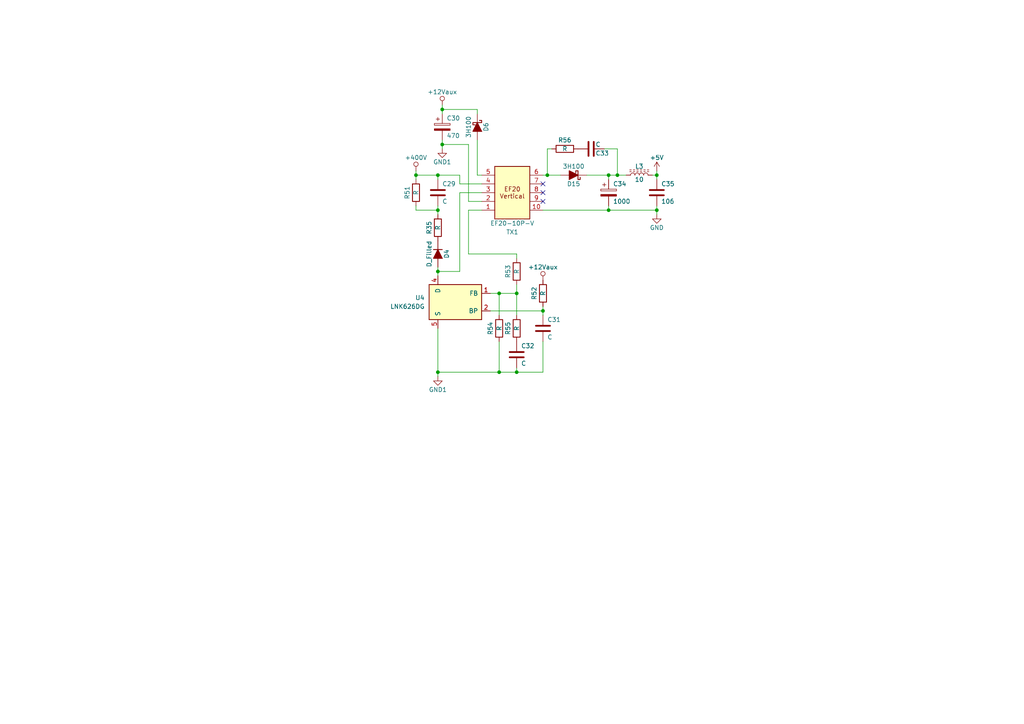
<source format=kicad_sch>
(kicad_sch (version 20231120) (generator "eeschema") (generator_version "8.0")
  (paper "A4")
  (lib_symbols
    (symbol "Device:C" (pin_numbers hide) (pin_names (offset 0.254))
      (property "Reference" "C" (at 0.635 2.54 0))
      (property "Value" "C" (at 0.635 -2.54 0))
      (symbol "C_0_1"
        (polyline (pts (xy -2.032 -0.762) (xy 2.032 -0.762)) (stroke (width 0.508)))
        (polyline (pts (xy -2.032 0.762) (xy 2.032 0.762)) (stroke (width 0.508)))
      )
      (symbol "C_1_1"
        (pin passive line (at 0 3.81 270) (length 2.794) (name "~") (number "1"))
        (pin passive line (at 0 -3.81 90) (length 2.794) (name "~") (number "2"))
      )
    )
    (symbol "Device:C_Polarized" (pin_numbers hide) (pin_names (offset 0.254))
      (property "Reference" "C" (at 0.635 2.54 0))
      (property "Value" "C_Polarized" (at 0.635 -2.54 0))
      (symbol "C_Polarized_0_1"
        (rectangle (start -2.286 0.508) (end 2.286 1.016))
        (polyline (pts (xy -1.778 2.286) (xy -0.762 2.286)))
        (polyline (pts (xy -1.27 2.794) (xy -1.27 1.778)))
        (rectangle (start 2.286 -0.508) (end -2.286 -1.016) (fill (type outline)))
      )
      (symbol "C_Polarized_1_1"
        (pin passive line (at 0 3.81 270) (length 2.794) (name "~") (number "1"))
        (pin passive line (at 0 -3.81 90) (length 2.794) (name "~") (number "2"))
      )
    )
    (symbol "Device:D_Filled" (pin_numbers hide) (pin_names (offset 1.016) hide)
      (property "Reference" "D" (at 0 2.54 0))
      (property "Value" "D_Filled" (at 0 -2.54 0))
      (symbol "D_Filled_0_1"
        (polyline (pts (xy -1.27 1.27) (xy -1.27 -1.27)) (stroke (width 0.254)))
        (polyline (pts (xy 1.27 0) (xy -1.27 0)))
        (polyline (pts (xy 1.27 1.27) (xy 1.27 -1.27) (xy -1.27 0) (xy 1.27 1.27)) (stroke (width 0.254)) (fill (type outline)))
      )
      (symbol "D_Filled_1_1"
        (pin passive line (at -3.81 0 0) (length 2.54) (name "K") (number "1"))
        (pin passive line (at 3.81 0 180) (length 2.54) (name "A") (number "2"))
      )
    )
    (symbol "Device:D_Schottky_Filled" (pin_numbers hide) (pin_names (offset 1.016) hide)
      (property "Reference" "D" (at 0 2.54 0))
      (property "Value" "D_Schottky_Filled" (at 0 -2.54 0))
      (symbol "D_Schottky_Filled_0_1"
        (polyline (pts (xy 1.27 0) (xy -1.27 0)))
        (polyline (pts (xy 1.27 1.27) (xy 1.27 -1.27) (xy -1.27 0) (xy 1.27 1.27)) (stroke (width 0.254)) (fill (type outline)))
        (polyline (pts (xy -1.905 0.635) (xy -1.905 1.27) (xy -1.27 1.27) (xy -1.27 -1.27) (xy -0.635 -1.27) (xy -0.635 -0.635)) (stroke (width 0.254)))
      )
      (symbol "D_Schottky_Filled_1_1"
        (pin passive line (at -3.81 0 0) (length 2.54) (name "K") (number "1"))
        (pin passive line (at 3.81 0 180) (length 2.54) (name "A") (number "2"))
      )
    )
    (symbol "Device:L_Ferrite" (pin_numbers hide) (pin_names (offset 1.016) hide)
      (property "Reference" "L" (at -1.27 0 90))
      (property "Value" "L_Ferrite" (at 2.794 0 90))
      (symbol "L_Ferrite_0_1"
        (arc (start 0 -2.54) (mid 0.6323 -1.905) (end 0 -1.27))
        (arc (start 0 -1.27) (mid 0.6323 -0.635) (end 0 0))
        (polyline (pts (xy 1.016 -2.794) (xy 1.016 -2.286)))
        (polyline (pts (xy 1.016 -1.778) (xy 1.016 -1.27)))
        (polyline (pts (xy 1.016 -0.762) (xy 1.016 -0.254)))
        (polyline (pts (xy 1.016 0.254) (xy 1.016 0.762)))
        (polyline (pts (xy 1.016 1.27) (xy 1.016 1.778)))
        (polyline (pts (xy 1.016 2.286) (xy 1.016 2.794)))
        (polyline (pts (xy 1.524 -2.286) (xy 1.524 -2.794)))
        (polyline (pts (xy 1.524 -1.27) (xy 1.524 -1.778)))
        (polyline (pts (xy 1.524 -0.254) (xy 1.524 -0.762)))
        (polyline (pts (xy 1.524 0.762) (xy 1.524 0.254)))
        (polyline (pts (xy 1.524 1.778) (xy 1.524 1.27)))
        (polyline (pts (xy 1.524 2.794) (xy 1.524 2.286)))
        (arc (start 0 0) (mid 0.6323 0.635) (end 0 1.27))
        (arc (start 0 1.27) (mid 0.6323 1.905) (end 0 2.54))
      )
      (symbol "L_Ferrite_1_1"
        (pin passive line (at 0 3.81 270) (length 1.27) (name "1") (number "1"))
        (pin passive line (at 0 -3.81 90) (length 1.27) (name "2") (number "2"))
      )
    )
    (symbol "Device:R" (pin_numbers hide) (pin_names (offset 0))
      (property "Reference" "R" (at 2.032 0 90))
      (property "Value" "R" (at 0 0 90))
      (symbol "R_0_1"
        (rectangle (start -1.016 -2.54) (end 1.016 2.54) (stroke (width 0.254)))
      )
      (symbol "R_1_1"
        (pin passive line (at 0 3.81 270) (length 1.27) (name "~") (number "1"))
        (pin passive line (at 0 -3.81 90) (length 1.27) (name "~") (number "2"))
      )
    )
    (symbol "HR Parts:+12Vaux" (power) (pin_numbers hide) (pin_names (offset 0))
      (property "Value" "+12Vaux" (at 0 3.81 0))
      (symbol "+12Vaux_0_0"
        (pin power_in line (at 0 0 90) (length 0) hide (name "+12Vaux") (number "1"))
      )
      (symbol "+12Vaux_0_1"
        (polyline (pts (xy 0 0) (xy 0 1.27)))
        (circle (center 0 1.905) (radius 0.635))
      )
    )
    (symbol "HR Parts:+400V" (power) (pin_numbers hide) (pin_names (offset 0))
      (property "Value" "+400V" (at 0 4.445 0))
      (symbol "+400V_0_0"
        (pin power_in line (at 0 0 90) (length 0) hide (name "+400V") (number "1"))
      )
      (symbol "+400V_0_1"
        (polyline (pts (xy 0 0) (xy 0 1.27)))
        (circle (center 0 1.905) (radius 0.635))
      )
    )
    (symbol "HR Parts:TRANSFORMER-EF20-10P-V" (pin_names (offset 1.016))
      (property "Reference" "TX" (at 0 -8.89 0))
      (property "Value" "TRANSFORMER-EF20-10P-V" (at 0 8.89 0))
      (symbol "TRANSFORMER-EF20-10P-V_0_1"
        (rectangle (start -5.08 7.62) (end 5.08 -7.62) (stroke (width 0.254)) (fill (type background)))
      )
      (symbol "TRANSFORMER-EF20-10P-V_1_0"
        (text "EF20\nVertical" (at 0 0 0) (effects (font (size 1.27 1.27))))
      )
      (symbol "TRANSFORMER-EF20-10P-V_1_1"
        (pin passive line (at -8.89 5.08 0) (length 3.81) (name "~") (number "1"))
        (pin passive line (at 8.89 5.08 180) (length 3.81) (name "~") (number "10"))
        (pin passive line (at -8.89 2.54 0) (length 3.81) (name "~") (number "2"))
        (pin passive line (at -8.89 0 0) (length 3.81) (name "~") (number "3"))
        (pin passive line (at -8.89 -2.54 0) (length 3.81) (name "~") (number "4"))
        (pin passive line (at -8.89 -5.08 0) (length 3.81) (name "~") (number "5"))
        (pin passive line (at 8.89 -5.08 180) (length 3.81) (name "~") (number "6"))
        (pin passive line (at 8.89 -2.54 180) (length 3.81) (name "~") (number "7"))
        (pin passive line (at 8.89 0 180) (length 3.81) (name "~") (number "8"))
        (pin passive line (at 8.89 2.54 180) (length 3.81) (name "~") (number "9"))
      )
    )
    (symbol "Regulator_Switching:LNK626DG" (pin_names (offset 1.016))
      (property "Reference" "U" (at 0 8.89 0))
      (property "Value" "LNK626DG" (at 0 6.35 0))
      (symbol "LNK626DG_0_1"
        (rectangle (start -7.62 5.08) (end 7.62 -5.08) (stroke (width 0.254)) (fill (type background)))
      )
      (symbol "LNK626DG_1_1"
        (pin input line (at 10.16 2.54 180) (length 2.54) (name "FB") (number "1"))
        (pin input line (at 10.16 -2.54 180) (length 2.54) (name "BP") (number "2"))
        (pin open_collector line (at -5.08 7.62 270) (length 2.54) (name "D") (number "4"))
        (pin power_in line (at -5.08 -7.62 90) (length 2.54) (name "S") (number "5"))
        (pin passive line (at -5.08 -7.62 90) (length 2.54) hide (name "S") (number "6"))
        (pin passive line (at -5.08 -7.62 90) (length 2.54) hide (name "S") (number "7"))
        (pin passive line (at -5.08 -7.62 90) (length 2.54) hide (name "S") (number "8"))
      )
    )
    (symbol "power:+5V" (power) (pin_numbers hide) (pin_names (offset 0) hide)
      (property "Value" "+5V" (at 0 3.556 0))
      (symbol "+5V_0_1"
        (polyline (pts (xy -0.762 1.27) (xy 0 2.54)))
        (polyline (pts (xy 0 0) (xy 0 2.54)))
        (polyline (pts (xy 0 2.54) (xy 0.762 1.27)))
      )
      (symbol "+5V_1_1"
        (pin power_in line (at 0 0 90) (length 0) (name "~") (number "1"))
      )
    )
    (symbol "power:GND" (power) (pin_numbers hide) (pin_names (offset 0) hide)
      (property "Value" "GND" (at 0 -3.81 0))
      (symbol "GND_0_1"
        (polyline (pts (xy 0 0) (xy 0 -1.27) (xy 1.27 -1.27) (xy 0 -2.54) (xy -1.27 -1.27) (xy 0 -1.27)))
      )
      (symbol "GND_1_1"
        (pin power_in line (at 0 0 270) (length 0) (name "~") (number "1"))
      )
    )
    (symbol "power:GND1" (power) (pin_numbers hide) (pin_names (offset 0) hide)
      (property "Value" "GND1" (at 0 -3.81 0))
      (symbol "GND1_0_1"
        (polyline (pts (xy 0 0) (xy 0 -1.27) (xy 1.27 -1.27) (xy 0 -2.54) (xy -1.27 -1.27) (xy 0 -1.27)))
      )
      (symbol "GND1_1_1"
        (pin power_in line (at 0 0 270) (length 0) (name "~") (number "1"))
      )
    )
  )
  (junction (at 149.86 85.09))
  (junction (at 144.78 107.95))
  (junction (at 157.48 90.17))
  (junction (at 179.07 50.8))
  (junction (at 144.78 85.09))
  (junction (at 128.27 31.75))
  (junction (at 149.86 107.95))
  (junction (at 127 60.96))
  (junction (at 176.53 60.96))
  (junction (at 120.65 50.8))
  (junction (at 176.53 50.8))
  (junction (at 127 50.8))
  (junction (at 190.5 60.96))
  (junction (at 128.27 41.91))
  (junction (at 158.75 50.8))
  (junction (at 190.5 50.8))
  (junction (at 127 107.95))
  (junction (at 127 78.74))
  (no_connect (at 157.48 58.42))
  (no_connect (at 157.48 53.34))
  (no_connect (at 157.48 55.88))
  (wire (pts (xy 189.23 50.8) (xy 190.5 50.8)))
  (wire (pts (xy 127 78.74) (xy 127 80.01)))
  (wire (pts (xy 179.07 43.18) (xy 175.26 43.18)))
  (wire (pts (xy 128.27 33.02) (xy 128.27 31.75)))
  (wire (pts (xy 190.5 49.53) (xy 190.5 50.8)))
  (wire (pts (xy 127 60.96) (xy 127 59.69)))
  (wire (pts (xy 144.78 107.95) (xy 149.86 107.95)))
  (wire (pts (xy 158.75 43.18) (xy 160.02 43.18)))
  (wire (pts (xy 135.89 60.96) (xy 135.89 73.66)))
  (wire (pts (xy 139.7 55.88) (xy 133.35 55.88)))
  (wire (pts (xy 139.7 53.34) (xy 133.35 53.34)))
  (wire (pts (xy 127 107.95) (xy 144.78 107.95)))
  (wire (pts (xy 144.78 99.06) (xy 144.78 107.95)))
  (wire (pts (xy 120.65 50.8) (xy 120.65 52.07)))
  (wire (pts (xy 144.78 85.09) (xy 149.86 85.09)))
  (wire (pts (xy 127 95.25) (xy 127 107.95)))
  (wire (pts (xy 158.75 50.8) (xy 158.75 43.18)))
  (wire (pts (xy 128.27 40.64) (xy 128.27 41.91)))
  (wire (pts (xy 138.43 40.64) (xy 138.43 50.8)))
  (wire (pts (xy 135.89 60.96) (xy 139.7 60.96)))
  (wire (pts (xy 138.43 50.8) (xy 139.7 50.8)))
  (wire (pts (xy 157.48 50.8) (xy 158.75 50.8)))
  (wire (pts (xy 133.35 50.8) (xy 127 50.8)))
  (wire (pts (xy 127 60.96) (xy 127 62.23)))
  (wire (pts (xy 127 50.8) (xy 120.65 50.8)))
  (wire (pts (xy 157.48 60.96) (xy 176.53 60.96)))
  (wire (pts (xy 176.53 50.8) (xy 176.53 52.07)))
  (wire (pts (xy 157.48 90.17) (xy 157.48 91.44)))
  (wire (pts (xy 120.65 49.53) (xy 120.65 50.8)))
  (wire (pts (xy 128.27 30.48) (xy 128.27 31.75)))
  (wire (pts (xy 144.78 85.09) (xy 144.78 91.44)))
  (wire (pts (xy 133.35 78.74) (xy 127 78.74)))
  (wire (pts (xy 176.53 60.96) (xy 190.5 60.96)))
  (wire (pts (xy 127 78.74) (xy 127 77.47)))
  (wire (pts (xy 142.24 90.17) (xy 157.48 90.17)))
  (wire (pts (xy 162.56 50.8) (xy 158.75 50.8)))
  (wire (pts (xy 157.48 107.95) (xy 157.48 99.06)))
  (wire (pts (xy 157.48 90.17) (xy 157.48 88.9)))
  (wire (pts (xy 127 50.8) (xy 127 52.07)))
  (wire (pts (xy 149.86 107.95) (xy 157.48 107.95)))
  (wire (pts (xy 170.18 50.8) (xy 176.53 50.8)))
  (wire (pts (xy 133.35 55.88) (xy 133.35 78.74)))
  (wire (pts (xy 133.35 53.34) (xy 133.35 50.8)))
  (wire (pts (xy 149.86 85.09) (xy 149.86 91.44)))
  (wire (pts (xy 138.43 31.75) (xy 138.43 33.02)))
  (wire (pts (xy 135.89 73.66) (xy 149.86 73.66)))
  (wire (pts (xy 128.27 31.75) (xy 138.43 31.75)))
  (wire (pts (xy 149.86 107.95) (xy 149.86 106.68)))
  (wire (pts (xy 139.7 58.42) (xy 135.89 58.42)))
  (wire (pts (xy 190.5 50.8) (xy 190.5 52.07)))
  (wire (pts (xy 120.65 60.96) (xy 127 60.96)))
  (wire (pts (xy 149.86 82.55) (xy 149.86 85.09)))
  (wire (pts (xy 128.27 41.91) (xy 128.27 43.18)))
  (wire (pts (xy 179.07 50.8) (xy 179.07 43.18)))
  (wire (pts (xy 176.53 60.96) (xy 176.53 59.69)))
  (wire (pts (xy 179.07 50.8) (xy 181.61 50.8)))
  (wire (pts (xy 190.5 60.96) (xy 190.5 62.23)))
  (wire (pts (xy 120.65 59.69) (xy 120.65 60.96)))
  (wire (pts (xy 135.89 41.91) (xy 135.89 58.42)))
  (wire (pts (xy 190.5 59.69) (xy 190.5 60.96)))
  (wire (pts (xy 128.27 41.91) (xy 135.89 41.91)))
  (wire (pts (xy 142.24 85.09) (xy 144.78 85.09)))
  (wire (pts (xy 149.86 73.66) (xy 149.86 74.93)))
  (wire (pts (xy 176.53 50.8) (xy 179.07 50.8)))
  (wire (pts (xy 127 107.95) (xy 127 109.22)))
  (symbol (lib_id "Device:D_Filled") (at 127 73.66 270) (unit 1)
    (property "Reference" "D4" (at 129.54 73.66 0))
    (property "Value" "D_Filled" (at 124.46 73.66 0))
    (property "Footprint" "Diode_SMD:D_SOD-123" (effects (hide yes)))
    (property "Description" "Diode, filled shape" (effects (hide yes)))
    (property "Sim.Device" "D" (effects (hide yes)))
    (property "Sim.Pins" "1=K 2=A" (effects (hide yes)))
  )
  (symbol (lib_id "Device:R") (at 163.83 43.18 90) (unit 1)
    (property "Reference" "R56" (at 163.83 40.64 90))
    (property "Value" "R" (at 163.83 43.18 90))
    (property "Footprint" "Resistor_SMD:R_0805_2012Metric" (effects (hide yes)))
    (property "Description" "Resistor" (effects (hide yes)))
  )
  (symbol (lib_id "Device:R") (at 120.65 55.88 180) (unit 1)
    (property "Reference" "R51" (at 118.11 55.88 90))
    (property "Value" "R" (at 120.65 55.88 90))
    (property "Footprint" "Resistor_SMD:R_1206_3216Metric" (effects (hide yes)))
    (property "Description" "Resistor" (effects (hide yes)))
  )
  (symbol (lib_id "Device:C") (at 190.5 55.88 0) (unit 1)
    (property "Reference" "C35" (at 191.77 53.34 0) (effects (justify left)))
    (property "Value" "106" (at 191.77 58.42 0) (effects (justify left)))
    (property "Footprint" "Capacitor_SMD:C_1210_3225Metric" (effects (hide yes)))
    (property "Description" "Unpolarized capacitor" (effects (hide yes)))
  )
  (symbol (lib_id "HR Parts:TRANSFORMER-EF20-10P-V") (at 148.59 55.88 0) (mirror x) (unit 1)
    (property "Reference" "TX1" (at 148.59 67.31 0))
    (property "Value" "EF20-10P-V" (at 148.59 64.77 0))
    (property "Footprint" "HR_Parts:TRANSFORMER-EF20-10P-V" (effects (hide yes)))
  )
  (symbol (lib_id "Device:R") (at 149.86 95.25 180) (unit 1)
    (property "Reference" "R55" (at 147.32 95.25 90))
    (property "Value" "R" (at 149.86 95.25 90))
    (property "Footprint" "Resistor_SMD:R_0805_2012Metric" (effects (hide yes)))
    (property "Description" "Resistor" (effects (hide yes)))
  )
  (symbol (lib_id "Device:R") (at 144.78 95.25 180) (unit 1)
    (property "Reference" "R54" (at 142.24 95.25 90))
    (property "Value" "R" (at 144.78 95.25 90))
    (property "Footprint" "Resistor_SMD:R_0805_2012Metric" (effects (hide yes)))
    (property "Description" "Resistor" (effects (hide yes)))
  )
  (symbol (lib_id "Device:R") (at 149.86 78.74 180) (unit 1)
    (property "Reference" "R53" (at 147.32 78.74 90))
    (property "Value" "R" (at 149.86 78.74 90))
    (property "Footprint" "Resistor_SMD:R_0805_2012Metric" (effects (hide yes)))
    (property "Description" "Resistor" (effects (hide yes)))
  )
  (symbol (lib_id "HR Parts:+12Vaux") (at 157.48 81.28 0) (unit 1)
    (property "Reference" "#PWR021" (effects (hide yes)))
    (property "Value" "+12Vaux" (at 157.48 77.47 0))
  )
  (symbol (lib_id "Regulator_Switching:LNK626DG") (at 132.08 87.63 0) (unit 1)
    (property "Reference" "U4" (at 123.19 86.3599 0) (effects (justify right)))
    (property "Value" "LNK626DG" (at 123.19 88.8999 0) (effects (justify right)))
    (property "Footprint" "Package_SO:PowerIntegrations_SO-8C" (effects (hide yes)))
    (property "Datasheet" "http://www.powerint.com/sites/default/files/product-docs/linkcv_family_datasheet.pdf" (effects (hide yes)))
    (property "Description" "LinkSwitch-CV Family, 10W Output Power, SO-8C" (effects (hide yes)))
  )
  (symbol (lib_id "power:GND") (at 190.5 62.23 0) (unit 1)
    (property "Reference" "#PWR026" (effects (hide yes)))
    (property "Value" "GND" (at 190.5 66.04 0))
    (property "Description" "Power symbol creates a global label with name \"GND\" , ground" (effects (hide yes)))
  )
  (symbol (lib_id "Device:C") (at 127 55.88 0) (unit 1)
    (property "Reference" "C29" (at 128.27 53.34 0) (effects (justify left)))
    (property "Value" "C" (at 128.27 58.42 0) (effects (justify left)))
    (property "Footprint" "Capacitor_SMD:C_1206_3216Metric" (effects (hide yes)))
    (property "Description" "Unpolarized capacitor" (effects (hide yes)))
  )
  (symbol (lib_id "HR Parts:+400V") (at 120.65 49.53 0) (unit 1)
    (property "Reference" "#PWR020" (effects (hide yes)))
    (property "Value" "+400V" (at 120.65 45.72 0))
  )
  (symbol (lib_id "Device:R") (at 127 66.04 180) (unit 1)
    (property "Reference" "R35" (at 124.46 66.04 90))
    (property "Value" "R" (at 127 66.04 90))
    (property "Footprint" "Resistor_SMD:R_0805_2012Metric" (effects (hide yes)))
    (property "Description" "Resistor" (effects (hide yes)))
  )
  (symbol (lib_id "Device:D_Schottky_Filled") (at 166.37 50.8 180) (unit 1)
    (property "Reference" "D15" (at 166.37 53.34 0))
    (property "Value" "3H100" (at 166.37 48.26 0))
    (property "Footprint" "Diode_SMD:D_SMB" (effects (hide yes)))
    (property "Description" "Schottky diode, filled shape" (effects (hide yes)))
  )
  (symbol (lib_id "HR Parts:+12Vaux") (at 128.27 30.48 0) (unit 1)
    (property "Reference" "#PWR08" (effects (hide yes)))
    (property "Value" "+12Vaux" (at 128.27 26.67 0))
  )
  (symbol (lib_id "Device:D_Schottky_Filled") (at 138.43 36.83 270) (unit 1)
    (property "Reference" "D6" (at 140.97 36.83 0))
    (property "Value" "3H100" (at 135.89 36.83 0))
    (property "Footprint" "Diode_SMD:D_SMB" (effects (hide yes)))
    (property "Description" "Schottky diode, filled shape" (effects (hide yes)))
  )
  (symbol (lib_id "Device:C") (at 157.48 95.25 0) (unit 1)
    (property "Reference" "C31" (at 158.75 92.71 0) (effects (justify left)))
    (property "Value" "C" (at 158.75 97.79 0) (effects (justify left)))
    (property "Footprint" "Capacitor_SMD:C_0805_2012Metric" (effects (hide yes)))
    (property "Description" "Unpolarized capacitor" (effects (hide yes)))
  )
  (symbol (lib_id "Device:C") (at 171.45 43.18 90) (unit 1)
    (property "Reference" "C33" (at 172.72 44.45 90) (effects (justify right)))
    (property "Value" "C" (at 172.72 41.91 90) (effects (justify right)))
    (property "Footprint" "Capacitor_SMD:C_0805_2012Metric" (effects (hide yes)))
    (property "Description" "Unpolarized capacitor" (effects (hide yes)))
  )
  (symbol (lib_id "Device:C_Polarized") (at 176.53 55.88 0) (unit 1)
    (property "Reference" "C34" (at 177.8 53.34 0) (effects (justify left)))
    (property "Value" "1000" (at 177.8 58.42 0) (effects (justify left)))
    (property "Footprint" "Capacitor_THT:CP_Radial_D10.0mm_P5.00mm" (effects (hide yes)))
    (property "Description" "Polarized capacitor" (effects (hide yes)))
  )
  (symbol (lib_id "Device:C_Polarized") (at 128.27 36.83 0) (unit 1)
    (property "Reference" "C30" (at 129.54 34.29 0) (effects (justify left)))
    (property "Value" "470" (at 129.54 39.37 0) (effects (justify left)))
    (property "Footprint" "Capacitor_THT:CP_Radial_D10.0mm_P5.00mm" (effects (hide yes)))
    (property "Description" "Polarized capacitor" (effects (hide yes)))
  )
  (symbol (lib_id "Device:R") (at 157.48 85.09 180) (unit 1)
    (property "Reference" "R52" (at 154.94 85.09 90))
    (property "Value" "R" (at 157.48 85.09 90))
    (property "Footprint" "Resistor_SMD:R_0805_2012Metric" (effects (hide yes)))
    (property "Description" "Resistor" (effects (hide yes)))
  )
  (symbol (lib_id "power:GND1") (at 127 109.22 0) (unit 1)
    (property "Reference" "#PWR023" (effects (hide yes)))
    (property "Value" "GND1" (at 127 113.03 0))
    (property "Description" "Power symbol creates a global label with name \"GND1\" , ground" (effects (hide yes)))
  )
  (symbol (lib_id "power:GND1") (at 128.27 43.18 0) (unit 1)
    (property "Reference" "#PWR018" (effects (hide yes)))
    (property "Value" "GND1" (at 128.27 46.99 0))
    (property "Description" "Power symbol creates a global label with name \"GND1\" , ground" (effects (hide yes)))
  )
  (symbol (lib_id "Device:C") (at 149.86 102.87 0) (unit 1)
    (property "Reference" "C32" (at 151.13 100.33 0) (effects (justify left)))
    (property "Value" "C" (at 151.13 105.41 0) (effects (justify left)))
    (property "Footprint" "Capacitor_SMD:C_0805_2012Metric" (effects (hide yes)))
    (property "Description" "Unpolarized capacitor" (effects (hide yes)))
  )
  (symbol (lib_id "Device:L_Ferrite") (at 185.42 50.8 90) (unit 1)
    (property "Reference" "L3" (at 185.42 48.26 90))
    (property "Value" "10" (at 185.42 52.07 90))
    (property "Footprint" "HR_Parts:INDUCTOR_SMD_4x4" (effects (hide yes)))
    (property "Description" "Inductor with ferrite core" (effects (hide yes)))
  )
  (symbol (lib_id "power:+5V") (at 190.5 49.53 0) (unit 1)
    (property "Reference" "#PWR024" (effects (hide yes)))
    (property "Value" "+5V" (at 190.5 45.72 0))
    (property "Description" "Power symbol creates a global label with name \"+5V\"" (effects (hide yes)))
  )
)
</source>
